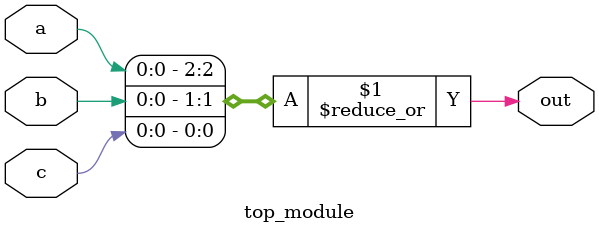
<source format=v>
module top_module(
    input a,
    input b,
    input c,
    output out  ); 

    assign out = |{a,b,c};
    
endmodule

</source>
